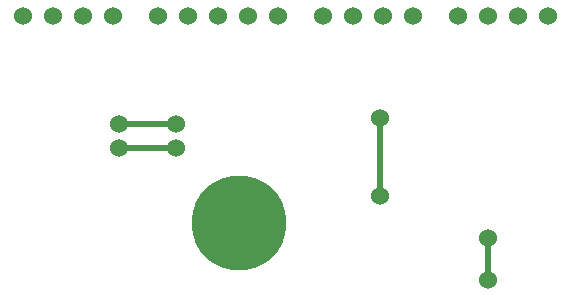
<source format=gbr>
G04 #@! TF.GenerationSoftware,KiCad,Pcbnew,(5.0.0-rc2-dev-586-g888c43477)*
G04 #@! TF.CreationDate,2018-06-03T13:53:16-03:00*
G04 #@! TF.ProjectId,Signal,5369676E616C2E6B696361645F706362,rev?*
G04 #@! TF.SameCoordinates,Original*
G04 #@! TF.FileFunction,Copper,L1,Top,Signal*
G04 #@! TF.FilePolarity,Positive*
%FSLAX46Y46*%
G04 Gerber Fmt 4.6, Leading zero omitted, Abs format (unit mm)*
G04 Created by KiCad (PCBNEW (5.0.0-rc2-dev-586-g888c43477)) date 06/03/18 13:53:16*
%MOMM*%
%LPD*%
G01*
G04 APERTURE LIST*
%ADD10C,8.000000*%
%ADD11C,0.900000*%
%ADD12C,1.524000*%
%ADD13C,0.508000*%
G04 APERTURE END LIST*
D10*
X48006000Y-37846000D03*
D11*
X51006000Y-37846000D03*
X50127320Y-39967320D03*
X48006000Y-40846000D03*
X45884680Y-39967320D03*
X45006000Y-37846000D03*
X45884680Y-35724680D03*
X48006000Y-34846000D03*
X50127320Y-35724680D03*
D12*
X71628000Y-20320000D03*
X69088000Y-20320000D03*
X66548000Y-20320000D03*
X62738000Y-20320000D03*
X60198000Y-20320000D03*
X57658000Y-20320000D03*
X55118000Y-20320000D03*
X51308000Y-20320000D03*
X48768000Y-20320000D03*
X46228000Y-20320000D03*
X43688000Y-20320000D03*
X41148000Y-20320000D03*
X37338000Y-20320000D03*
X34798000Y-20320000D03*
X32258000Y-20320000D03*
X29718000Y-20320000D03*
X74168000Y-20320000D03*
X59944000Y-28956000D03*
X59944000Y-35559978D03*
X69088026Y-42672000D03*
X69088000Y-39116000D03*
X42672000Y-31496000D03*
X37846000Y-31496000D03*
X42672002Y-29464000D03*
X37846000Y-29464000D03*
D13*
X59944000Y-28956000D02*
X59944000Y-35559978D01*
X69088026Y-42672000D02*
X69088026Y-39116026D01*
X69088026Y-39116026D02*
X69088000Y-39116000D01*
X42672000Y-31496000D02*
X41594370Y-31496000D01*
X41594370Y-31496000D02*
X37846000Y-31496000D01*
X42672002Y-29464000D02*
X37846000Y-29464000D01*
M02*

</source>
